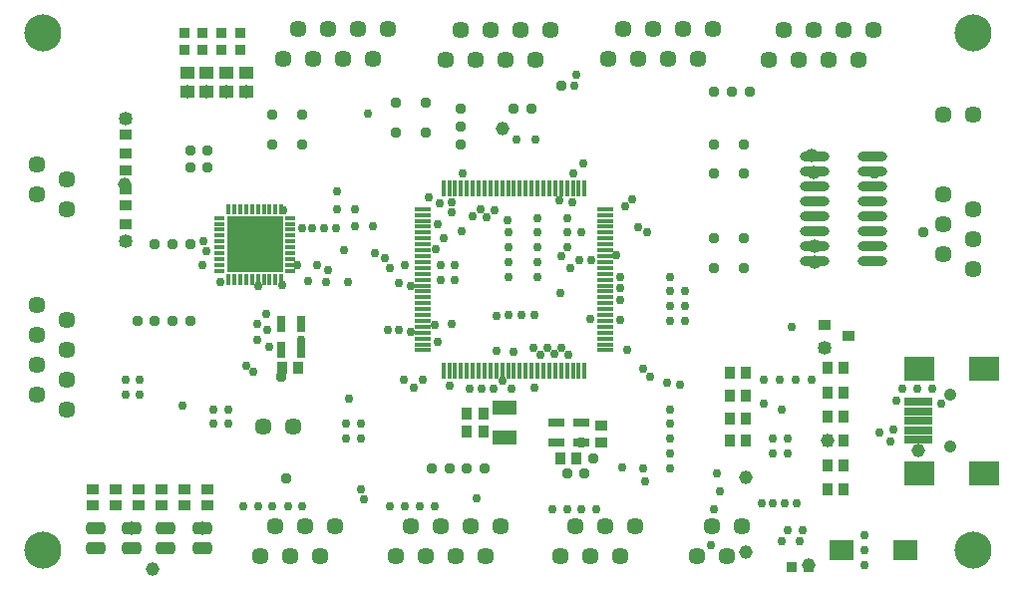
<source format=gts>
G04 Layer_Color=8388736*
%FSLAX25Y25*%
%MOIN*%
G70*
G01*
G75*
%ADD55R,0.01575X0.03740*%
%ADD56R,0.03740X0.01574*%
%ADD57R,0.18700X0.18700*%
%ADD58R,0.03347X0.04134*%
%ADD59R,0.08071X0.04922*%
%ADD60R,0.09449X0.02559*%
%ADD61R,0.10433X0.08465*%
%ADD62O,0.09843X0.03347*%
%ADD63R,0.08465X0.06890*%
%ADD64R,0.03741X0.03741*%
%ADD65R,0.04134X0.03347*%
G04:AMPARAMS|DCode=66|XSize=64.96mil|YSize=41.34mil|CornerRadius=11.81mil|HoleSize=0mil|Usage=FLASHONLY|Rotation=0.000|XOffset=0mil|YOffset=0mil|HoleType=Round|Shape=RoundedRectangle|*
%AMROUNDEDRECTD66*
21,1,0.06496,0.01772,0,0,0.0*
21,1,0.04134,0.04134,0,0,0.0*
1,1,0.02362,0.02067,-0.00886*
1,1,0.02362,-0.02067,-0.00886*
1,1,0.02362,-0.02067,0.00886*
1,1,0.02362,0.02067,0.00886*
%
%ADD66ROUNDEDRECTD66*%
%ADD67R,0.04528X0.04134*%
%ADD68R,0.05591X0.03091*%
%ADD69R,0.03741X0.03741*%
%ADD70O,0.01575X0.05512*%
%ADD71O,0.05512X0.01575*%
%ADD72R,0.04134X0.03740*%
%ADD73R,0.18701X0.18701*%
%ADD74R,0.01575X0.02953*%
%ADD75R,0.02953X0.01575*%
%ADD76R,0.03091X0.05591*%
%ADD77C,0.05709*%
%ADD78C,0.04134*%
%ADD79C,0.00591*%
%ADD80C,0.12402*%
%ADD81C,0.02953*%
%ADD82C,0.03740*%
%ADD83C,0.04528*%
D55*
X91536Y125984D02*
D03*
X89567D02*
D03*
X87599D02*
D03*
X85630D02*
D03*
X83662D02*
D03*
X81693D02*
D03*
X79725D02*
D03*
X77756D02*
D03*
X75788D02*
D03*
X73819D02*
D03*
Y102362D02*
D03*
X75788D02*
D03*
X77756D02*
D03*
X79725D02*
D03*
X81693D02*
D03*
X83662D02*
D03*
X85630D02*
D03*
X87599D02*
D03*
X89567D02*
D03*
X91536D02*
D03*
D56*
X70866Y123031D02*
D03*
Y121063D02*
D03*
Y119094D02*
D03*
Y117126D02*
D03*
Y115157D02*
D03*
Y113189D02*
D03*
Y111220D02*
D03*
Y109252D02*
D03*
Y107283D02*
D03*
Y105315D02*
D03*
X94488D02*
D03*
Y107283D02*
D03*
Y109252D02*
D03*
Y111220D02*
D03*
Y113189D02*
D03*
Y115157D02*
D03*
Y117126D02*
D03*
Y119094D02*
D03*
Y121063D02*
D03*
Y123031D02*
D03*
D57*
X82677Y114173D02*
D03*
D58*
X153484Y57579D02*
D03*
X158996D02*
D03*
X153484Y51673D02*
D03*
X158996D02*
D03*
X279528Y72835D02*
D03*
X274016D02*
D03*
X279528Y64724D02*
D03*
X274016D02*
D03*
X279528Y56614D02*
D03*
X274016D02*
D03*
Y48504D02*
D03*
X279528D02*
D03*
X274016Y40394D02*
D03*
X279528D02*
D03*
Y32283D02*
D03*
X274016D02*
D03*
X246850Y48425D02*
D03*
X241339D02*
D03*
X246850Y71331D02*
D03*
X241339D02*
D03*
X246850Y63696D02*
D03*
X241339D02*
D03*
X246850Y56060D02*
D03*
X241339D02*
D03*
X91732Y72835D02*
D03*
X97244D02*
D03*
X190236Y42618D02*
D03*
X184724D02*
D03*
D59*
X166083Y49705D02*
D03*
Y59547D02*
D03*
D60*
X304429Y48819D02*
D03*
Y51968D02*
D03*
Y55118D02*
D03*
Y58268D02*
D03*
Y61417D02*
D03*
D61*
X304921Y37598D02*
D03*
Y72638D02*
D03*
X326378D02*
D03*
Y37598D02*
D03*
D62*
X269783Y143484D02*
D03*
Y138484D02*
D03*
Y133484D02*
D03*
Y128484D02*
D03*
Y123484D02*
D03*
Y118484D02*
D03*
Y113484D02*
D03*
Y108484D02*
D03*
X289272Y143484D02*
D03*
Y138484D02*
D03*
Y133484D02*
D03*
Y128484D02*
D03*
Y123484D02*
D03*
Y118484D02*
D03*
Y113484D02*
D03*
Y108484D02*
D03*
D63*
X300000Y11811D02*
D03*
X278740D02*
D03*
D64*
X262008Y6299D02*
D03*
X267914D02*
D03*
D65*
X39370Y156299D02*
D03*
Y150787D02*
D03*
Y144488D02*
D03*
Y138976D02*
D03*
Y120866D02*
D03*
Y115354D02*
D03*
Y132677D02*
D03*
Y127165D02*
D03*
X28543Y26772D02*
D03*
Y32283D02*
D03*
X36220Y32283D02*
D03*
Y26772D02*
D03*
X43898Y32283D02*
D03*
Y26772D02*
D03*
X51575D02*
D03*
Y32283D02*
D03*
X59252D02*
D03*
Y26772D02*
D03*
X66929Y32283D02*
D03*
Y26772D02*
D03*
X198543Y48051D02*
D03*
Y53563D02*
D03*
D66*
X29331Y12402D02*
D03*
Y19094D02*
D03*
X41535Y12402D02*
D03*
Y19094D02*
D03*
X52953Y12402D02*
D03*
Y19094D02*
D03*
X65158Y12402D02*
D03*
Y19094D02*
D03*
D67*
X60039Y165157D02*
D03*
Y171457D02*
D03*
X66601Y165157D02*
D03*
Y171457D02*
D03*
X73163Y165157D02*
D03*
Y171457D02*
D03*
X79724Y165157D02*
D03*
Y171457D02*
D03*
D68*
X191957Y54560D02*
D03*
X183358D02*
D03*
Y47960D02*
D03*
X191957D02*
D03*
D69*
X59055Y185040D02*
D03*
Y179134D02*
D03*
X65289Y185040D02*
D03*
Y179134D02*
D03*
X71522Y185040D02*
D03*
Y179134D02*
D03*
X77756Y185040D02*
D03*
Y179134D02*
D03*
D70*
X145669Y71949D02*
D03*
X147638D02*
D03*
X149606D02*
D03*
X151575D02*
D03*
X153543D02*
D03*
X155512D02*
D03*
X157480D02*
D03*
X159449D02*
D03*
X161417D02*
D03*
X163386D02*
D03*
X165354D02*
D03*
X167323D02*
D03*
X169291D02*
D03*
X171260D02*
D03*
X173228D02*
D03*
X175197D02*
D03*
X177165D02*
D03*
X179134D02*
D03*
X181102D02*
D03*
X183071D02*
D03*
X185039D02*
D03*
X187008D02*
D03*
X188976D02*
D03*
X190945D02*
D03*
X192913D02*
D03*
Y132776D02*
D03*
X190945D02*
D03*
X188976D02*
D03*
X187008D02*
D03*
X185039D02*
D03*
X183071D02*
D03*
X181102D02*
D03*
X179134D02*
D03*
X177165D02*
D03*
X175197D02*
D03*
X173228D02*
D03*
X171260D02*
D03*
X169291D02*
D03*
X167323D02*
D03*
X165354D02*
D03*
X163386D02*
D03*
X161417D02*
D03*
X159449D02*
D03*
X157480D02*
D03*
X155512D02*
D03*
X153543D02*
D03*
X151575D02*
D03*
X149606D02*
D03*
X147638D02*
D03*
X145669D02*
D03*
D71*
X199705Y78740D02*
D03*
Y80709D02*
D03*
Y82677D02*
D03*
Y84646D02*
D03*
Y86614D02*
D03*
Y88583D02*
D03*
Y90551D02*
D03*
Y92520D02*
D03*
Y94488D02*
D03*
Y96457D02*
D03*
Y98425D02*
D03*
Y100394D02*
D03*
Y102362D02*
D03*
Y104331D02*
D03*
Y106299D02*
D03*
Y108268D02*
D03*
Y110236D02*
D03*
Y112205D02*
D03*
Y114173D02*
D03*
Y116142D02*
D03*
Y118110D02*
D03*
Y120079D02*
D03*
Y122047D02*
D03*
Y124016D02*
D03*
Y125984D02*
D03*
X138878D02*
D03*
Y124016D02*
D03*
Y122047D02*
D03*
Y120079D02*
D03*
Y118110D02*
D03*
Y116142D02*
D03*
Y114173D02*
D03*
Y112205D02*
D03*
Y110236D02*
D03*
Y108268D02*
D03*
Y106299D02*
D03*
Y104331D02*
D03*
Y102362D02*
D03*
Y100394D02*
D03*
Y98425D02*
D03*
Y96457D02*
D03*
Y94488D02*
D03*
Y92520D02*
D03*
Y90551D02*
D03*
Y88583D02*
D03*
Y86614D02*
D03*
Y84646D02*
D03*
Y82677D02*
D03*
Y80709D02*
D03*
Y78740D02*
D03*
D72*
X281102Y83465D02*
D03*
X273228Y79724D02*
D03*
Y87205D02*
D03*
D73*
X82677Y114173D02*
D03*
D74*
X91535Y125590D02*
D03*
X89567D02*
D03*
X87598D02*
D03*
X85630D02*
D03*
X83661D02*
D03*
X81693D02*
D03*
X79724D02*
D03*
X77756D02*
D03*
X75787D02*
D03*
X73819D02*
D03*
Y102756D02*
D03*
X75787D02*
D03*
X77756D02*
D03*
X79724D02*
D03*
X81693D02*
D03*
X83661D02*
D03*
X85630D02*
D03*
X87598D02*
D03*
X89567D02*
D03*
X91535D02*
D03*
D75*
X71260Y123031D02*
D03*
Y121063D02*
D03*
Y119094D02*
D03*
Y117126D02*
D03*
Y115157D02*
D03*
Y113189D02*
D03*
Y111220D02*
D03*
Y109252D02*
D03*
Y107283D02*
D03*
Y105315D02*
D03*
X94094D02*
D03*
Y107283D02*
D03*
Y109252D02*
D03*
Y111220D02*
D03*
Y113189D02*
D03*
Y115157D02*
D03*
Y117126D02*
D03*
Y119094D02*
D03*
Y121063D02*
D03*
Y123031D02*
D03*
D76*
X98135Y78998D02*
D03*
Y87598D02*
D03*
X91535D02*
D03*
Y78998D02*
D03*
D77*
X95472Y53150D02*
D03*
X85472D02*
D03*
X322835Y105984D02*
D03*
X312835Y110984D02*
D03*
X322835Y115984D02*
D03*
X312835Y120984D02*
D03*
X322835Y125984D02*
D03*
X312835Y130984D02*
D03*
X322835Y157480D02*
D03*
X312835D02*
D03*
X289528Y186024D02*
D03*
X284528Y176024D02*
D03*
X279528Y186024D02*
D03*
X274528Y176024D02*
D03*
X269528Y186024D02*
D03*
X264528Y176024D02*
D03*
X259528Y186024D02*
D03*
X254528Y176024D02*
D03*
X235630Y186181D02*
D03*
X230630Y176181D02*
D03*
X225630Y186181D02*
D03*
X220630Y176181D02*
D03*
X215630Y186181D02*
D03*
X210630Y176181D02*
D03*
X205630Y186181D02*
D03*
X200630Y176181D02*
D03*
X127205Y186181D02*
D03*
X122205Y176181D02*
D03*
X117205Y186181D02*
D03*
X112205Y176181D02*
D03*
X107205Y186181D02*
D03*
X102205Y176181D02*
D03*
X97205Y186181D02*
D03*
X92205Y176181D02*
D03*
X181417Y186024D02*
D03*
X176417Y176024D02*
D03*
X171417Y186024D02*
D03*
X166417Y176024D02*
D03*
X161417Y186024D02*
D03*
X156417Y176024D02*
D03*
X151417Y186024D02*
D03*
X146417Y176024D02*
D03*
X84331Y9843D02*
D03*
X89331Y19842D02*
D03*
X94331Y9843D02*
D03*
X99331Y19842D02*
D03*
X104331Y9843D02*
D03*
X109331Y19842D02*
D03*
X129764Y9843D02*
D03*
X134764Y19842D02*
D03*
X139764Y9843D02*
D03*
X144764Y19842D02*
D03*
X149764Y9843D02*
D03*
X154764Y19842D02*
D03*
X159764Y9843D02*
D03*
X164764Y19842D02*
D03*
X184882Y9843D02*
D03*
X189882Y19842D02*
D03*
X194882Y9843D02*
D03*
X199882Y19842D02*
D03*
X204882Y9843D02*
D03*
X209882Y19842D02*
D03*
X245315D02*
D03*
X240315Y9843D02*
D03*
X235315Y19842D02*
D03*
X230315Y9843D02*
D03*
X9685Y140984D02*
D03*
X19685Y135984D02*
D03*
X9685Y130984D02*
D03*
X19685Y125984D02*
D03*
Y59055D02*
D03*
X9685Y64055D02*
D03*
X19685Y69055D02*
D03*
X9685Y74055D02*
D03*
X19685Y79055D02*
D03*
X9685Y84055D02*
D03*
X19685Y89055D02*
D03*
X9685Y94055D02*
D03*
D78*
X314961Y46457D02*
D03*
Y63779D02*
D03*
D79*
X315748Y100472D02*
D03*
X295039Y178937D02*
D03*
X241142Y179095D02*
D03*
X132717D02*
D03*
X186929Y178937D02*
D03*
X78819Y16929D02*
D03*
X124252D02*
D03*
X179370D02*
D03*
X224803D02*
D03*
X12598Y120472D02*
D03*
Y53543D02*
D03*
D80*
X11811Y185039D02*
D03*
X322835D02*
D03*
Y11811D02*
D03*
X11811D02*
D03*
D81*
X144587Y127854D02*
D03*
X297244Y62008D02*
D03*
X98425Y26575D02*
D03*
X93804Y26576D02*
D03*
X88583Y26575D02*
D03*
X221457Y39370D02*
D03*
Y44291D02*
D03*
Y49213D02*
D03*
Y54134D02*
D03*
Y59055D02*
D03*
X236221Y25591D02*
D03*
X238189Y31496D02*
D03*
X237205Y37402D02*
D03*
X268701Y68898D02*
D03*
X263451D02*
D03*
X258202D02*
D03*
X252953D02*
D03*
X296260Y52165D02*
D03*
X295276Y48228D02*
D03*
X291339Y51181D02*
D03*
X226378Y98425D02*
D03*
Y93504D02*
D03*
Y88583D02*
D03*
X221457D02*
D03*
Y93504D02*
D03*
Y98425D02*
D03*
Y103347D02*
D03*
X312008Y61024D02*
D03*
X299213Y65945D02*
D03*
X304134D02*
D03*
X309055D02*
D03*
X286417Y6890D02*
D03*
Y11811D02*
D03*
Y16732D02*
D03*
X258858Y14764D02*
D03*
X264764D02*
D03*
X265748Y18701D02*
D03*
X260827D02*
D03*
X263779Y27559D02*
D03*
X259842D02*
D03*
X255906D02*
D03*
X251969D02*
D03*
X252953Y61024D02*
D03*
X260827Y44291D02*
D03*
Y49213D02*
D03*
X255906D02*
D03*
Y44291D02*
D03*
X258858Y59055D02*
D03*
X246850Y63696D02*
D03*
X196850Y25591D02*
D03*
X191929D02*
D03*
X187008D02*
D03*
X182087D02*
D03*
X142717Y26575D02*
D03*
X137795D02*
D03*
X132874D02*
D03*
X127953D02*
D03*
X83661D02*
D03*
X78740D02*
D03*
X118110Y54134D02*
D03*
Y49213D02*
D03*
X113189D02*
D03*
Y54134D02*
D03*
X73819Y59055D02*
D03*
Y54134D02*
D03*
X68898D02*
D03*
Y59055D02*
D03*
X44291Y68898D02*
D03*
Y63976D02*
D03*
X39370D02*
D03*
Y68898D02*
D03*
X147638Y66929D02*
D03*
X168307Y65945D02*
D03*
X162402D02*
D03*
X158465D02*
D03*
X154528D02*
D03*
X176181Y90551D02*
D03*
X171653D02*
D03*
X167323D02*
D03*
X204724Y95472D02*
D03*
Y99410D02*
D03*
Y103347D02*
D03*
X191929Y118110D02*
D03*
X185039Y110236D02*
D03*
X187008Y113189D02*
D03*
Y118110D02*
D03*
Y123031D02*
D03*
X177165D02*
D03*
Y118110D02*
D03*
Y113189D02*
D03*
Y108268D02*
D03*
Y103347D02*
D03*
X167323D02*
D03*
Y108268D02*
D03*
Y113189D02*
D03*
Y118110D02*
D03*
X148622Y87598D02*
D03*
X143701Y81693D02*
D03*
X140748Y129921D02*
D03*
X145669Y116142D02*
D03*
X144685Y102362D02*
D03*
X149606D02*
D03*
Y107283D02*
D03*
X144685D02*
D03*
X126969Y85630D02*
D03*
X130905D02*
D03*
X122047Y120079D02*
D03*
X116142D02*
D03*
Y125984D02*
D03*
X110236D02*
D03*
Y131890D02*
D03*
X98327Y119685D02*
D03*
X103445Y107087D02*
D03*
X100394Y101772D02*
D03*
X119213Y29055D02*
D03*
X118169Y32205D02*
D03*
X135709Y66181D02*
D03*
X132618Y68799D02*
D03*
X151890Y118484D02*
D03*
X167244Y122323D02*
D03*
X148561Y128339D02*
D03*
X148465Y124921D02*
D03*
X184606Y128819D02*
D03*
X195256Y108799D02*
D03*
X204724Y89016D02*
D03*
X134902Y85039D02*
D03*
X143169Y112697D02*
D03*
X165335Y68405D02*
D03*
X235138Y13563D02*
D03*
X213228Y34902D02*
D03*
X205365Y39713D02*
D03*
X156693Y29338D02*
D03*
X262283Y86476D02*
D03*
X176422Y149191D02*
D03*
X188976Y137894D02*
D03*
X170118Y149094D02*
D03*
X98135Y82342D02*
D03*
X58563Y60276D02*
D03*
X130905Y101378D02*
D03*
X113721Y101654D02*
D03*
X142852Y87069D02*
D03*
X194705Y89252D02*
D03*
X51654Y32283D02*
D03*
X66929D02*
D03*
X176063Y66280D02*
D03*
X182782Y77520D02*
D03*
X187508Y77342D02*
D03*
X178057Y77283D02*
D03*
X175694Y79705D02*
D03*
X180492Y79685D02*
D03*
X185216Y79685D02*
D03*
X43996Y32283D02*
D03*
X163583Y90394D02*
D03*
X162894Y125689D02*
D03*
X160244Y123333D02*
D03*
X158079Y125794D02*
D03*
X155512Y123721D02*
D03*
X28327Y32520D02*
D03*
X36279Y32087D02*
D03*
X125984Y109646D02*
D03*
X86594Y90925D02*
D03*
X83484Y87657D02*
D03*
X86910Y85413D02*
D03*
X83602Y82284D02*
D03*
X87402Y79783D02*
D03*
X83759Y100170D02*
D03*
X122933Y111299D02*
D03*
X79646Y73444D02*
D03*
X82165Y71476D02*
D03*
X138760Y69016D02*
D03*
X114252Y62717D02*
D03*
X213774Y118317D02*
D03*
X210728Y119744D02*
D03*
X208780Y129232D02*
D03*
X224646Y67283D02*
D03*
X220453Y67795D02*
D03*
X214902Y69823D02*
D03*
X212461Y39094D02*
D03*
X212539Y72618D02*
D03*
X206437Y126870D02*
D03*
X163386Y78583D02*
D03*
X169291Y78149D02*
D03*
X190965Y108858D02*
D03*
X188169Y106378D02*
D03*
X184882Y97992D02*
D03*
X91535Y88583D02*
D03*
X120354Y158031D02*
D03*
X152106Y137835D02*
D03*
X188839Y128209D02*
D03*
X203575Y110626D02*
D03*
X192598Y141260D02*
D03*
X207087Y78875D02*
D03*
X189409Y167205D02*
D03*
X190000Y170905D02*
D03*
X109803Y119528D02*
D03*
X105758D02*
D03*
X101713D02*
D03*
X107264Y105551D02*
D03*
X106595Y101673D02*
D03*
X71260Y101575D02*
D03*
X65158Y107283D02*
D03*
X92126Y125591D02*
D03*
X87598Y114173D02*
D03*
X82677Y121063D02*
D03*
X77559Y108169D02*
D03*
Y114173D02*
D03*
Y121063D02*
D03*
X91683Y100415D02*
D03*
X96850Y107086D02*
D03*
X112500Y112205D02*
D03*
X83563Y108366D02*
D03*
X88386Y108465D02*
D03*
X134842Y100393D02*
D03*
X127953Y106299D02*
D03*
X66535Y111811D02*
D03*
X65354Y115354D02*
D03*
X132874Y107283D02*
D03*
X143701Y121063D02*
D03*
D82*
X93110Y36024D02*
D03*
X91535Y69784D02*
D03*
X289449Y108484D02*
D03*
X289764Y137992D02*
D03*
X306102Y118110D02*
D03*
X289744Y143484D02*
D03*
X289862Y113583D02*
D03*
X49213Y114173D02*
D03*
X55118D02*
D03*
X61024D02*
D03*
Y88583D02*
D03*
X55118D02*
D03*
X49213D02*
D03*
X43307D02*
D03*
X66929Y145669D02*
D03*
Y139764D02*
D03*
X61024D02*
D03*
Y145669D02*
D03*
X98425Y147638D02*
D03*
Y157480D02*
D03*
X88583D02*
D03*
Y147638D02*
D03*
X151575D02*
D03*
Y153543D02*
D03*
Y159449D02*
D03*
X129921Y151575D02*
D03*
X139764D02*
D03*
Y161417D02*
D03*
X129921D02*
D03*
X246063Y116142D02*
D03*
Y106299D02*
D03*
X236221D02*
D03*
Y116142D02*
D03*
X246063Y137795D02*
D03*
X236221D02*
D03*
Y147638D02*
D03*
X246063D02*
D03*
X175197Y159449D02*
D03*
X169291D02*
D03*
X185039Y167323D02*
D03*
X248031Y165354D02*
D03*
X242126D02*
D03*
X236221D02*
D03*
X192913Y37402D02*
D03*
X187008D02*
D03*
X141732Y39370D02*
D03*
X159449D02*
D03*
X153543D02*
D03*
X147638D02*
D03*
X195846Y42520D02*
D03*
X191957Y47960D02*
D03*
X153484Y51673D02*
D03*
Y57579D02*
D03*
D83*
X269783Y108366D02*
D03*
X269587Y138287D02*
D03*
X246850Y11378D02*
D03*
X48346Y5531D02*
D03*
X165571Y152992D02*
D03*
X304350Y45138D02*
D03*
X246752Y36279D02*
D03*
X39370Y115354D02*
D03*
X41535Y19094D02*
D03*
X65158D02*
D03*
X39272Y134350D02*
D03*
X39370Y156299D02*
D03*
X60039Y165157D02*
D03*
X66601D02*
D03*
X73130D02*
D03*
X79724Y165157D02*
D03*
X268898Y143799D02*
D03*
X269783Y113484D02*
D03*
X273228Y79724D02*
D03*
X274016Y48425D02*
D03*
X267717Y6890D02*
D03*
M02*

</source>
